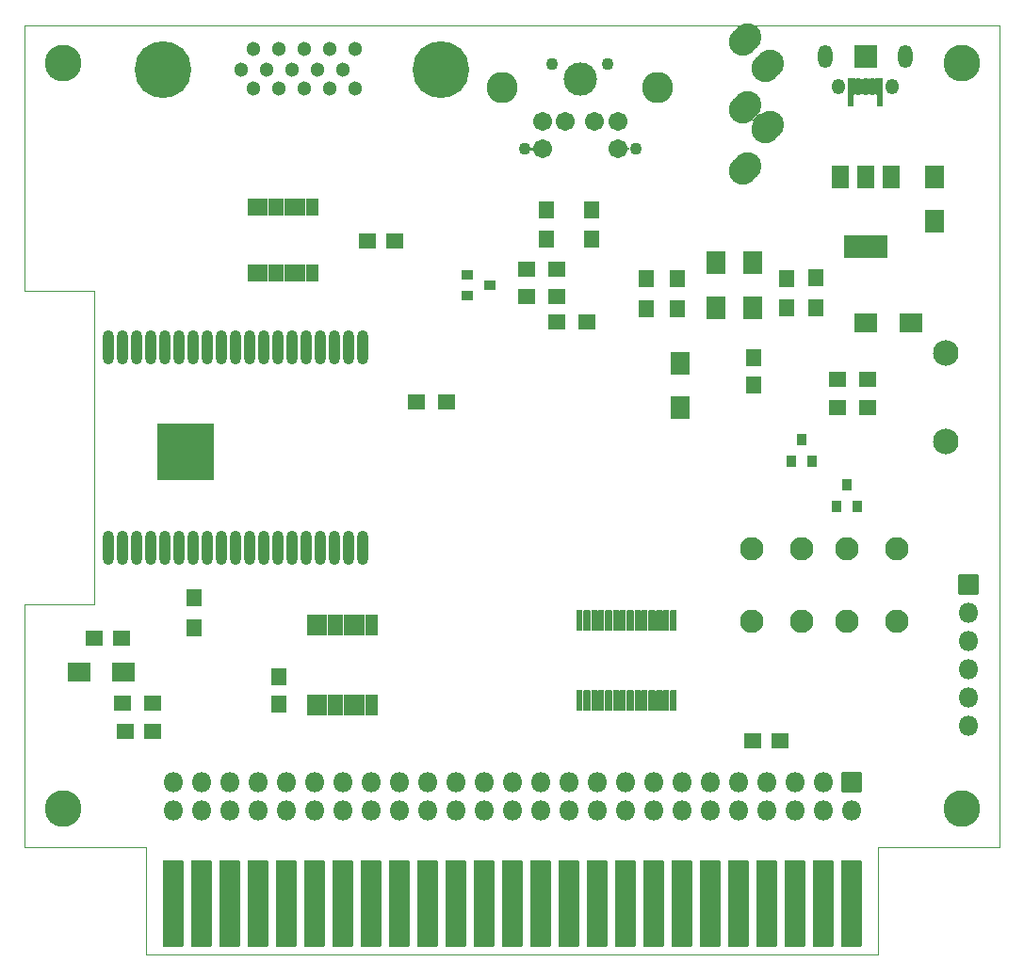
<source format=gbr>
G04 #@! TF.GenerationSoftware,KiCad,Pcbnew,(6.0.5)*
G04 #@! TF.CreationDate,2022-06-13T20:59:20-07:00*
G04 #@! TF.ProjectId,PocketTRS,506f636b-6574-4545-9253-2e6b69636164,rev?*
G04 #@! TF.SameCoordinates,Original*
G04 #@! TF.FileFunction,Soldermask,Top*
G04 #@! TF.FilePolarity,Negative*
%FSLAX46Y46*%
G04 Gerber Fmt 4.6, Leading zero omitted, Abs format (unit mm)*
G04 Created by KiCad (PCBNEW (6.0.5)) date 2022-06-13 20:59:20*
%MOMM*%
%LPD*%
G01*
G04 APERTURE LIST*
G04 Aperture macros list*
%AMRoundRect*
0 Rectangle with rounded corners*
0 $1 Rounding radius*
0 $2 $3 $4 $5 $6 $7 $8 $9 X,Y pos of 4 corners*
0 Add a 4 corners polygon primitive as box body*
4,1,4,$2,$3,$4,$5,$6,$7,$8,$9,$2,$3,0*
0 Add four circle primitives for the rounded corners*
1,1,$1+$1,$2,$3*
1,1,$1+$1,$4,$5*
1,1,$1+$1,$6,$7*
1,1,$1+$1,$8,$9*
0 Add four rect primitives between the rounded corners*
20,1,$1+$1,$2,$3,$4,$5,0*
20,1,$1+$1,$4,$5,$6,$7,0*
20,1,$1+$1,$6,$7,$8,$9,0*
20,1,$1+$1,$8,$9,$2,$3,0*%
%AMHorizOval*
0 Thick line with rounded ends*
0 $1 width*
0 $2 $3 position (X,Y) of the first rounded end (center of the circle)*
0 $4 $5 position (X,Y) of the second rounded end (center of the circle)*
0 Add line between two ends*
20,1,$1,$2,$3,$4,$5,0*
0 Add two circle primitives to create the rounded ends*
1,1,$1,$2,$3*
1,1,$1,$4,$5*%
G04 Aperture macros list end*
G04 #@! TA.AperFunction,Profile*
%ADD10C,0.050000*%
G04 #@! TD*
%ADD11RoundRect,0.051000X-0.850000X-0.850000X0.850000X-0.850000X0.850000X0.850000X-0.850000X0.850000X0*%
%ADD12O,1.802000X1.802000*%
%ADD13RoundRect,0.051000X-0.750000X1.000000X-0.750000X-1.000000X0.750000X-1.000000X0.750000X1.000000X0*%
%ADD14RoundRect,0.051000X-1.900000X1.000000X-1.900000X-1.000000X1.900000X-1.000000X1.900000X1.000000X0*%
%ADD15RoundRect,0.051000X-0.625000X0.750000X-0.625000X-0.750000X0.625000X-0.750000X0.625000X0.750000X0*%
%ADD16RoundRect,0.051000X0.800000X-1.000000X0.800000X1.000000X-0.800000X1.000000X-0.800000X-1.000000X0*%
%ADD17RoundRect,0.051000X-1.000000X-0.800000X1.000000X-0.800000X1.000000X0.800000X-1.000000X0.800000X0*%
%ADD18RoundRect,0.051000X-0.750000X-0.625000X0.750000X-0.625000X0.750000X0.625000X-0.750000X0.625000X0*%
%ADD19RoundRect,0.051000X0.750000X0.625000X-0.750000X0.625000X-0.750000X-0.625000X0.750000X-0.625000X0*%
%ADD20RoundRect,0.051000X-0.650000X0.750000X-0.650000X-0.750000X0.650000X-0.750000X0.650000X0.750000X0*%
%ADD21RoundRect,0.051000X0.650000X-0.750000X0.650000X0.750000X-0.650000X0.750000X-0.650000X-0.750000X0*%
%ADD22RoundRect,0.051000X0.750000X0.650000X-0.750000X0.650000X-0.750000X-0.650000X0.750000X-0.650000X0*%
%ADD23RoundRect,0.051000X-0.750000X-0.650000X0.750000X-0.650000X0.750000X0.650000X-0.750000X0.650000X0*%
%ADD24RoundRect,0.051000X0.225000X-0.875000X0.225000X0.875000X-0.225000X0.875000X-0.225000X-0.875000X0*%
%ADD25RoundRect,0.051000X-0.225000X0.725000X-0.225000X-0.725000X0.225000X-0.725000X0.225000X0.725000X0*%
%ADD26RoundRect,0.051000X-0.450000X-0.400000X0.450000X-0.400000X0.450000X0.400000X-0.450000X0.400000X0*%
%ADD27RoundRect,0.051000X0.400000X-0.450000X0.400000X0.450000X-0.400000X0.450000X-0.400000X-0.450000X0*%
%ADD28RoundRect,0.051000X-0.225000X0.875000X-0.225000X-0.875000X0.225000X-0.875000X0.225000X0.875000X0*%
%ADD29RoundRect,0.051000X1.000000X0.800000X-1.000000X0.800000X-1.000000X-0.800000X1.000000X-0.800000X0*%
%ADD30C,2.102000*%
%ADD31RoundRect,0.051000X-0.800000X1.000000X-0.800000X-1.000000X0.800000X-1.000000X0.800000X1.000000X0*%
%ADD32C,5.103260*%
%ADD33C,1.300880*%
%ADD34HorizOval,2.502000X0.212132X0.212132X-0.212132X-0.212132X0*%
%ADD35C,1.702000*%
%ADD36C,1.102000*%
%ADD37C,3.002000*%
%ADD38C,2.802000*%
%ADD39O,1.200000X1.400000*%
%ADD40O,1.300000X2.100000*%
%ADD41RoundRect,0.050000X1.000000X1.000000X-1.000000X1.000000X-1.000000X-1.000000X1.000000X-1.000000X0*%
%ADD42RoundRect,0.050000X0.200000X1.250000X-0.200000X1.250000X-0.200000X-1.250000X0.200000X-1.250000X0*%
%ADD43RoundRect,0.050000X0.200000X0.675000X-0.200000X0.675000X-0.200000X-0.675000X0.200000X-0.675000X0*%
%ADD44RoundRect,0.051000X-0.850000X0.850000X-0.850000X-0.850000X0.850000X-0.850000X0.850000X0.850000X0*%
%ADD45C,3.302000*%
%ADD46O,1.002000X3.102000*%
%ADD47C,0.902000*%
%ADD48RoundRect,0.051000X2.500000X-2.500000X2.500000X2.500000X-2.500000X2.500000X-2.500000X-2.500000X0*%
%ADD49RoundRect,0.051000X0.889000X3.810000X-0.889000X3.810000X-0.889000X-3.810000X0.889000X-3.810000X0*%
%ADD50C,2.302000*%
G04 APERTURE END LIST*
D10*
X165100000Y-61976000D02*
X165100000Y-64770000D01*
X252730000Y-64770000D02*
X252730000Y-61976000D01*
X171323000Y-85852000D02*
X171323000Y-90805000D01*
X165100000Y-64770000D02*
X165100000Y-85852000D01*
X165100000Y-135890000D02*
X165100000Y-114046000D01*
X241808000Y-135890000D02*
X252730000Y-135890000D01*
X241808000Y-145542000D02*
X241300000Y-145542000D01*
X175260000Y-135890000D02*
X176022000Y-135890000D01*
X241808000Y-145542000D02*
X241808000Y-135890000D01*
X171323000Y-85852000D02*
X165100000Y-85852000D01*
X165100000Y-114046000D02*
X171323000Y-114046000D01*
X171323000Y-114046000D02*
X171323000Y-90805000D01*
X176022000Y-145542000D02*
X241300000Y-145542000D01*
X252730000Y-64770000D02*
X252730000Y-135890000D01*
X165100000Y-61976000D02*
X252730000Y-61976000D01*
X165100000Y-135890000D02*
X175260000Y-135890000D01*
X176022000Y-135890000D02*
X176022000Y-145542000D01*
X165100000Y-61976000D02*
X165100000Y-64770000D01*
X252730000Y-64770000D02*
X252730000Y-61976000D01*
X171323000Y-85852000D02*
X171323000Y-90805000D01*
X165100000Y-64770000D02*
X165100000Y-85852000D01*
X165100000Y-135890000D02*
X165100000Y-114046000D01*
X241808000Y-135890000D02*
X252730000Y-135890000D01*
X241808000Y-145542000D02*
X241300000Y-145542000D01*
X175260000Y-135890000D02*
X176022000Y-135890000D01*
X241808000Y-145542000D02*
X241808000Y-135890000D01*
X171323000Y-85852000D02*
X165100000Y-85852000D01*
X165100000Y-114046000D02*
X171323000Y-114046000D01*
X171323000Y-114046000D02*
X171323000Y-90805000D01*
X176022000Y-145542000D02*
X241300000Y-145542000D01*
X252730000Y-64770000D02*
X252730000Y-135890000D01*
X165100000Y-61976000D02*
X252730000Y-61976000D01*
X165100000Y-135890000D02*
X175260000Y-135890000D01*
X176022000Y-135890000D02*
X176022000Y-145542000D01*
D11*
X249936000Y-112268000D03*
D12*
X249936000Y-114808000D03*
X249936000Y-117348000D03*
X249936000Y-119888000D03*
X249936000Y-122428000D03*
X249936000Y-124968000D03*
D13*
X242965000Y-75590000D03*
X240665000Y-75590000D03*
D14*
X240665000Y-81890000D03*
D13*
X238365000Y-75590000D03*
D15*
X230632000Y-91841000D03*
X230632000Y-94341000D03*
D16*
X246888000Y-79597000D03*
X246888000Y-75597000D03*
D17*
X240729000Y-88773000D03*
X244729000Y-88773000D03*
D15*
X187960000Y-120543000D03*
X187960000Y-123043000D03*
D18*
X230525000Y-126365000D03*
X233025000Y-126365000D03*
X195874000Y-81407000D03*
X198374000Y-81407000D03*
D19*
X173843000Y-117094000D03*
X171343000Y-117094000D03*
X176637000Y-125476000D03*
X174137000Y-125476000D03*
D20*
X211963000Y-78533000D03*
X211963000Y-81233000D03*
X216027000Y-78533000D03*
X216027000Y-81233000D03*
X220980000Y-84756000D03*
X220980000Y-87456000D03*
D21*
X223774000Y-87456000D03*
X223774000Y-84756000D03*
X233553000Y-87409000D03*
X233553000Y-84756000D03*
D22*
X212932000Y-86360000D03*
X210232000Y-86360000D03*
X212932000Y-83947000D03*
X210232000Y-83947000D03*
X203026000Y-95885000D03*
X200326000Y-95885000D03*
D23*
X173910000Y-122936000D03*
X176610000Y-122936000D03*
X238172000Y-93853000D03*
X240872000Y-93853000D03*
X238172000Y-96393000D03*
X240872000Y-96393000D03*
D21*
X180340000Y-116158000D03*
X180340000Y-113458000D03*
D24*
X214977000Y-122726000D03*
X215627000Y-122726000D03*
X216277000Y-122726000D03*
X216927000Y-122726000D03*
X217577000Y-122726000D03*
X218227000Y-122726000D03*
X218877000Y-122726000D03*
X219527000Y-122726000D03*
X220177000Y-122726000D03*
X220827000Y-122726000D03*
X221477000Y-122726000D03*
X222127000Y-122726000D03*
X222777000Y-122726000D03*
X223427000Y-122726000D03*
X223427000Y-115526000D03*
X222777000Y-115526000D03*
X222127000Y-115526000D03*
X221477000Y-115526000D03*
X220827000Y-115526000D03*
X220177000Y-115526000D03*
X219527000Y-115526000D03*
X218877000Y-115526000D03*
X218227000Y-115526000D03*
X217577000Y-115526000D03*
X216927000Y-115526000D03*
X216277000Y-115526000D03*
X215627000Y-115526000D03*
X214977000Y-115526000D03*
D25*
X191266000Y-78330000D03*
X190616000Y-78330000D03*
X189966000Y-78330000D03*
X189316000Y-78330000D03*
X188666000Y-78330000D03*
X188016000Y-78330000D03*
X187366000Y-78330000D03*
X186716000Y-78330000D03*
X186066000Y-78330000D03*
X185416000Y-78330000D03*
X185416000Y-84230000D03*
X186066000Y-84230000D03*
X186716000Y-84230000D03*
X187366000Y-84230000D03*
X188016000Y-84230000D03*
X188666000Y-84230000D03*
X189316000Y-84230000D03*
X189966000Y-84230000D03*
X190616000Y-84230000D03*
X191266000Y-84230000D03*
D26*
X204867000Y-84394000D03*
X204867000Y-86294000D03*
X206867000Y-85344000D03*
D27*
X234000000Y-101203000D03*
X235900000Y-101203000D03*
X234950000Y-99203000D03*
X238064000Y-105267000D03*
X239964000Y-105267000D03*
X239014000Y-103267000D03*
D21*
X236220000Y-87409000D03*
X236220000Y-84709000D03*
D28*
X196600000Y-115907000D03*
X195950000Y-115907000D03*
X195300000Y-115907000D03*
X194650000Y-115907000D03*
X194000000Y-115907000D03*
X193350000Y-115907000D03*
X192700000Y-115907000D03*
X192050000Y-115907000D03*
X191400000Y-115907000D03*
X190750000Y-115907000D03*
X190750000Y-123107000D03*
X191400000Y-123107000D03*
X192050000Y-123107000D03*
X192700000Y-123107000D03*
X193350000Y-123107000D03*
X194000000Y-123107000D03*
X194650000Y-123107000D03*
X195300000Y-123107000D03*
X195950000Y-123107000D03*
X196600000Y-123107000D03*
D29*
X173958000Y-120142000D03*
X169958000Y-120142000D03*
D30*
X239014000Y-115570000D03*
X239014000Y-109070000D03*
X243514000Y-109070000D03*
X243514000Y-115570000D03*
X234950000Y-115593000D03*
X234950000Y-109093000D03*
X230450000Y-109093000D03*
X230450000Y-115593000D03*
D31*
X227203000Y-83344000D03*
X227203000Y-87344000D03*
X230505000Y-83344000D03*
X230505000Y-87344000D03*
X224028000Y-92361000D03*
X224028000Y-96361000D03*
D32*
X177497740Y-65971420D03*
X202486260Y-65971420D03*
D33*
X185681620Y-67690400D03*
X187972700Y-67690400D03*
X190258700Y-67690400D03*
X192552320Y-67690400D03*
X194840860Y-67690400D03*
X184536080Y-65925700D03*
X186829700Y-65925700D03*
X189128400Y-65925700D03*
X191427100Y-65925700D03*
X193700400Y-65925700D03*
X185681620Y-64134400D03*
X187972700Y-64134400D03*
X190261240Y-64134400D03*
X192552320Y-64134400D03*
X194843400Y-64134400D03*
D34*
X231870000Y-71146000D03*
X229870000Y-69346000D03*
X229870000Y-63246000D03*
X231870000Y-65646000D03*
X229870000Y-74846000D03*
D35*
X213711000Y-70576000D03*
X216311000Y-70576000D03*
X211611000Y-70576000D03*
X218411000Y-70576000D03*
X211611000Y-73076000D03*
X218411000Y-73076000D03*
D36*
X212511000Y-65476000D03*
X217511000Y-65476000D03*
X210011000Y-73076000D03*
X220011000Y-73076000D03*
D37*
X215011000Y-66776000D03*
D38*
X208011000Y-67576000D03*
X222011000Y-67576000D03*
D39*
X238240000Y-67520000D03*
X243090000Y-67520000D03*
D40*
X237090000Y-64770000D03*
D41*
X240665000Y-64770000D03*
D40*
X244240000Y-64770000D03*
D42*
X241965000Y-68021200D03*
D43*
X241315000Y-67445000D03*
X240665000Y-67445000D03*
X240015000Y-67445000D03*
D42*
X239365000Y-68021200D03*
D44*
X239395000Y-130048000D03*
D12*
X239395000Y-132588000D03*
X236855000Y-130048000D03*
X236855000Y-132588000D03*
X234315000Y-130048000D03*
X234315000Y-132588000D03*
X231775000Y-130048000D03*
X231775000Y-132588000D03*
X229235000Y-130048000D03*
X229235000Y-132588000D03*
X226695000Y-130048000D03*
X226695000Y-132588000D03*
X224155000Y-130048000D03*
X224155000Y-132588000D03*
X221615000Y-130048000D03*
X221615000Y-132588000D03*
X219075000Y-130048000D03*
X219075000Y-132588000D03*
X216535000Y-130048000D03*
X216535000Y-132588000D03*
X213995000Y-130048000D03*
X213995000Y-132588000D03*
X211455000Y-130048000D03*
X211455000Y-132588000D03*
X208915000Y-130048000D03*
X208915000Y-132588000D03*
X206375000Y-130048000D03*
X206375000Y-132588000D03*
X203835000Y-130048000D03*
X203835000Y-132588000D03*
X201295000Y-130048000D03*
X201295000Y-132588000D03*
X198755000Y-130048000D03*
X198755000Y-132588000D03*
X196215000Y-130048000D03*
X196215000Y-132588000D03*
X193675000Y-130048000D03*
X193675000Y-132588000D03*
X191135000Y-130048000D03*
X191135000Y-132588000D03*
X188595000Y-130048000D03*
X188595000Y-132588000D03*
X186055000Y-130048000D03*
X186055000Y-132588000D03*
X183515000Y-130048000D03*
X183515000Y-132588000D03*
X180975000Y-130048000D03*
X180975000Y-132588000D03*
X178435000Y-130048000D03*
X178435000Y-132588000D03*
D45*
X168529000Y-65405000D03*
X249301000Y-65405000D03*
X168529000Y-132461000D03*
X249301000Y-132461000D03*
D46*
X172614000Y-108949000D03*
X173884000Y-108949000D03*
X175154000Y-108949000D03*
X176424000Y-108949000D03*
X177694000Y-108949000D03*
X178964000Y-108949000D03*
X180234000Y-108949000D03*
X181504000Y-108949000D03*
X182774000Y-108949000D03*
X184044000Y-108949000D03*
X185314000Y-108949000D03*
X186584000Y-108949000D03*
X187854000Y-108949000D03*
X189124000Y-108949000D03*
X190424000Y-108949000D03*
X191694000Y-108949000D03*
X192964000Y-108949000D03*
X194234000Y-108949000D03*
X195504000Y-108949000D03*
X195504000Y-90949000D03*
X194234000Y-90949000D03*
X192964000Y-90949000D03*
X191694000Y-90949000D03*
X190424000Y-90949000D03*
X189124000Y-90919000D03*
X187854000Y-90919000D03*
X186584000Y-90919000D03*
X185314000Y-90919000D03*
X184044000Y-90919000D03*
X182774000Y-90919000D03*
X181504000Y-90919000D03*
X180234000Y-90919000D03*
X178964000Y-90919000D03*
X177694000Y-90919000D03*
X176424000Y-90919000D03*
X175154000Y-90919000D03*
X173884000Y-90919000D03*
X172614000Y-90919000D03*
D47*
X177524000Y-100349000D03*
X177524000Y-102349000D03*
X177524000Y-101349000D03*
X179524000Y-102349000D03*
X178524000Y-101349000D03*
X180524000Y-100349000D03*
X181524000Y-102349000D03*
X179524000Y-99349000D03*
X177524000Y-98349000D03*
X180524000Y-98349000D03*
X179524000Y-98349000D03*
X180524000Y-101349000D03*
X178524000Y-102349000D03*
X178524000Y-98349000D03*
X181524000Y-99349000D03*
X181524000Y-101349000D03*
X178524000Y-99349000D03*
X181524000Y-100349000D03*
X178524000Y-100349000D03*
X180524000Y-99349000D03*
X177524000Y-99349000D03*
X179524000Y-101349000D03*
X179524000Y-100349000D03*
D48*
X179534000Y-100349000D03*
D47*
X180524000Y-102349000D03*
X181524000Y-98349000D03*
D49*
X239395000Y-140970000D03*
X236855000Y-140970000D03*
X234315000Y-140970000D03*
X231775000Y-140970000D03*
X229235000Y-140970000D03*
X226695000Y-140970000D03*
X224155000Y-140970000D03*
X221615000Y-140970000D03*
X219075000Y-140970000D03*
X216535000Y-140970000D03*
X213995000Y-140970000D03*
X211455000Y-140970000D03*
X208915000Y-140970000D03*
X206375000Y-140970000D03*
X203835000Y-140970000D03*
X201295000Y-140970000D03*
X198755000Y-140970000D03*
X196215000Y-140970000D03*
X193675000Y-140970000D03*
X191135000Y-140970000D03*
X188595000Y-140970000D03*
X186055000Y-140970000D03*
X183515000Y-140970000D03*
X180975000Y-140970000D03*
X178435000Y-140970000D03*
D23*
X212962500Y-88646000D03*
X215662500Y-88646000D03*
D50*
X247904000Y-99441000D03*
X247904000Y-91440000D03*
G36*
X195039633Y-122195517D02*
G01*
X195040197Y-122197436D01*
X195039916Y-122198075D01*
X195029767Y-122213263D01*
X195026000Y-122232199D01*
X195026000Y-123981801D01*
X195029767Y-124000738D01*
X195039814Y-124015773D01*
X195039945Y-124017768D01*
X195038282Y-124018880D01*
X195037553Y-124018793D01*
X194977212Y-123999898D01*
X194912310Y-124018955D01*
X194910367Y-124018483D01*
X194909803Y-124016564D01*
X194910084Y-124015925D01*
X194920233Y-124000737D01*
X194924000Y-123981801D01*
X194924000Y-122232199D01*
X194920233Y-122213262D01*
X194910186Y-122198227D01*
X194910055Y-122196232D01*
X194911718Y-122195120D01*
X194912447Y-122195207D01*
X194972788Y-122214102D01*
X195037690Y-122195045D01*
X195039633Y-122195517D01*
G37*
G36*
X192439633Y-122195517D02*
G01*
X192440197Y-122197436D01*
X192439916Y-122198075D01*
X192429767Y-122213263D01*
X192426000Y-122232199D01*
X192426000Y-123981801D01*
X192429767Y-124000738D01*
X192439814Y-124015773D01*
X192439945Y-124017768D01*
X192438282Y-124018880D01*
X192437553Y-124018793D01*
X192377212Y-123999898D01*
X192312310Y-124018955D01*
X192310367Y-124018483D01*
X192309803Y-124016564D01*
X192310084Y-124015925D01*
X192320233Y-124000737D01*
X192324000Y-123981801D01*
X192324000Y-122232199D01*
X192320233Y-122213262D01*
X192310186Y-122198227D01*
X192310055Y-122196232D01*
X192311718Y-122195120D01*
X192312447Y-122195207D01*
X192372788Y-122214102D01*
X192437690Y-122195045D01*
X192439633Y-122195517D01*
G37*
G36*
X193089633Y-122195517D02*
G01*
X193090197Y-122197436D01*
X193089916Y-122198075D01*
X193079767Y-122213263D01*
X193076000Y-122232199D01*
X193076000Y-123981801D01*
X193079767Y-124000738D01*
X193089814Y-124015773D01*
X193089945Y-124017768D01*
X193088282Y-124018880D01*
X193087553Y-124018793D01*
X193027212Y-123999898D01*
X192962310Y-124018955D01*
X192960367Y-124018483D01*
X192959803Y-124016564D01*
X192960084Y-124015925D01*
X192970233Y-124000737D01*
X192974000Y-123981801D01*
X192974000Y-122232199D01*
X192970233Y-122213262D01*
X192960186Y-122198227D01*
X192960055Y-122196232D01*
X192961718Y-122195120D01*
X192962447Y-122195207D01*
X193022788Y-122214102D01*
X193087690Y-122195045D01*
X193089633Y-122195517D01*
G37*
G36*
X195689633Y-122195517D02*
G01*
X195690197Y-122197436D01*
X195689916Y-122198075D01*
X195679767Y-122213263D01*
X195676000Y-122232199D01*
X195676000Y-123981801D01*
X195679767Y-124000738D01*
X195689814Y-124015773D01*
X195689945Y-124017768D01*
X195688282Y-124018880D01*
X195687553Y-124018793D01*
X195627212Y-123999898D01*
X195562310Y-124018955D01*
X195560367Y-124018483D01*
X195559803Y-124016564D01*
X195560084Y-124015925D01*
X195570233Y-124000737D01*
X195574000Y-123981801D01*
X195574000Y-122232199D01*
X195570233Y-122213262D01*
X195560186Y-122198227D01*
X195560055Y-122196232D01*
X195561718Y-122195120D01*
X195562447Y-122195207D01*
X195622788Y-122214102D01*
X195687690Y-122195045D01*
X195689633Y-122195517D01*
G37*
G36*
X193739633Y-122195517D02*
G01*
X193740197Y-122197436D01*
X193739916Y-122198075D01*
X193729767Y-122213263D01*
X193726000Y-122232199D01*
X193726000Y-123981801D01*
X193729767Y-124000738D01*
X193739814Y-124015773D01*
X193739945Y-124017768D01*
X193738282Y-124018880D01*
X193737553Y-124018793D01*
X193677212Y-123999898D01*
X193612310Y-124018955D01*
X193610367Y-124018483D01*
X193609803Y-124016564D01*
X193610084Y-124015925D01*
X193620233Y-124000737D01*
X193624000Y-123981801D01*
X193624000Y-122232199D01*
X193620233Y-122213262D01*
X193610186Y-122198227D01*
X193610055Y-122196232D01*
X193611718Y-122195120D01*
X193612447Y-122195207D01*
X193672788Y-122214102D01*
X193737690Y-122195045D01*
X193739633Y-122195517D01*
G37*
G36*
X194389633Y-122195517D02*
G01*
X194390197Y-122197436D01*
X194389916Y-122198075D01*
X194379767Y-122213263D01*
X194376000Y-122232199D01*
X194376000Y-123981801D01*
X194379767Y-124000738D01*
X194389814Y-124015773D01*
X194389945Y-124017768D01*
X194388282Y-124018880D01*
X194387553Y-124018793D01*
X194327212Y-123999898D01*
X194262310Y-124018955D01*
X194260367Y-124018483D01*
X194259803Y-124016564D01*
X194260084Y-124015925D01*
X194270233Y-124000737D01*
X194274000Y-123981801D01*
X194274000Y-122232199D01*
X194270233Y-122213262D01*
X194260186Y-122198227D01*
X194260055Y-122196232D01*
X194261718Y-122195120D01*
X194262447Y-122195207D01*
X194322788Y-122214102D01*
X194387690Y-122195045D01*
X194389633Y-122195517D01*
G37*
G36*
X196339633Y-122195517D02*
G01*
X196340197Y-122197436D01*
X196339916Y-122198075D01*
X196329767Y-122213263D01*
X196326000Y-122232199D01*
X196326000Y-123981801D01*
X196329767Y-124000738D01*
X196339814Y-124015773D01*
X196339945Y-124017768D01*
X196338282Y-124018880D01*
X196337553Y-124018793D01*
X196277212Y-123999898D01*
X196212310Y-124018955D01*
X196210367Y-124018483D01*
X196209803Y-124016564D01*
X196210084Y-124015925D01*
X196220233Y-124000737D01*
X196224000Y-123981801D01*
X196224000Y-122232199D01*
X196220233Y-122213262D01*
X196210186Y-122198227D01*
X196210055Y-122196232D01*
X196211718Y-122195120D01*
X196212447Y-122195207D01*
X196272788Y-122214102D01*
X196337690Y-122195045D01*
X196339633Y-122195517D01*
G37*
G36*
X191139633Y-122195517D02*
G01*
X191140197Y-122197436D01*
X191139916Y-122198075D01*
X191129767Y-122213263D01*
X191126000Y-122232199D01*
X191126000Y-123981801D01*
X191129767Y-124000738D01*
X191139814Y-124015773D01*
X191139945Y-124017768D01*
X191138282Y-124018880D01*
X191137553Y-124018793D01*
X191077212Y-123999898D01*
X191012310Y-124018955D01*
X191010367Y-124018483D01*
X191009803Y-124016564D01*
X191010084Y-124015925D01*
X191020233Y-124000737D01*
X191024000Y-123981801D01*
X191024000Y-122232199D01*
X191020233Y-122213262D01*
X191010186Y-122198227D01*
X191010055Y-122196232D01*
X191011718Y-122195120D01*
X191012447Y-122195207D01*
X191072788Y-122214102D01*
X191137690Y-122195045D01*
X191139633Y-122195517D01*
G37*
G36*
X191789633Y-122195517D02*
G01*
X191790197Y-122197436D01*
X191789916Y-122198075D01*
X191779767Y-122213263D01*
X191776000Y-122232199D01*
X191776000Y-123981801D01*
X191779767Y-124000738D01*
X191789814Y-124015773D01*
X191789945Y-124017768D01*
X191788282Y-124018880D01*
X191787553Y-124018793D01*
X191727212Y-123999898D01*
X191662310Y-124018955D01*
X191660367Y-124018483D01*
X191659803Y-124016564D01*
X191660084Y-124015925D01*
X191670233Y-124000737D01*
X191674000Y-123981801D01*
X191674000Y-122232199D01*
X191670233Y-122213262D01*
X191660186Y-122198227D01*
X191660055Y-122196232D01*
X191661718Y-122195120D01*
X191662447Y-122195207D01*
X191722788Y-122214102D01*
X191787690Y-122195045D01*
X191789633Y-122195517D01*
G37*
G36*
X217316633Y-121814517D02*
G01*
X217317197Y-121816436D01*
X217316916Y-121817075D01*
X217306767Y-121832263D01*
X217303000Y-121851199D01*
X217303000Y-123600801D01*
X217306767Y-123619738D01*
X217316814Y-123634773D01*
X217316945Y-123636768D01*
X217315282Y-123637880D01*
X217314553Y-123637793D01*
X217254212Y-123618898D01*
X217189310Y-123637955D01*
X217187367Y-123637483D01*
X217186803Y-123635564D01*
X217187084Y-123634925D01*
X217197233Y-123619737D01*
X217201000Y-123600801D01*
X217201000Y-121851199D01*
X217197233Y-121832262D01*
X217187186Y-121817227D01*
X217187055Y-121815232D01*
X217188718Y-121814120D01*
X217189447Y-121814207D01*
X217249788Y-121833102D01*
X217314690Y-121814045D01*
X217316633Y-121814517D01*
G37*
G36*
X217966633Y-121814517D02*
G01*
X217967197Y-121816436D01*
X217966916Y-121817075D01*
X217956767Y-121832263D01*
X217953000Y-121851199D01*
X217953000Y-123600801D01*
X217956767Y-123619738D01*
X217966814Y-123634773D01*
X217966945Y-123636768D01*
X217965282Y-123637880D01*
X217964553Y-123637793D01*
X217904212Y-123618898D01*
X217839310Y-123637955D01*
X217837367Y-123637483D01*
X217836803Y-123635564D01*
X217837084Y-123634925D01*
X217847233Y-123619737D01*
X217851000Y-123600801D01*
X217851000Y-121851199D01*
X217847233Y-121832262D01*
X217837186Y-121817227D01*
X217837055Y-121815232D01*
X217838718Y-121814120D01*
X217839447Y-121814207D01*
X217899788Y-121833102D01*
X217964690Y-121814045D01*
X217966633Y-121814517D01*
G37*
G36*
X222516633Y-121814517D02*
G01*
X222517197Y-121816436D01*
X222516916Y-121817075D01*
X222506767Y-121832263D01*
X222503000Y-121851199D01*
X222503000Y-123600801D01*
X222506767Y-123619738D01*
X222516814Y-123634773D01*
X222516945Y-123636768D01*
X222515282Y-123637880D01*
X222514553Y-123637793D01*
X222454212Y-123618898D01*
X222389310Y-123637955D01*
X222387367Y-123637483D01*
X222386803Y-123635564D01*
X222387084Y-123634925D01*
X222397233Y-123619737D01*
X222401000Y-123600801D01*
X222401000Y-121851199D01*
X222397233Y-121832262D01*
X222387186Y-121817227D01*
X222387055Y-121815232D01*
X222388718Y-121814120D01*
X222389447Y-121814207D01*
X222449788Y-121833102D01*
X222514690Y-121814045D01*
X222516633Y-121814517D01*
G37*
G36*
X221866633Y-121814517D02*
G01*
X221867197Y-121816436D01*
X221866916Y-121817075D01*
X221856767Y-121832263D01*
X221853000Y-121851199D01*
X221853000Y-123600801D01*
X221856767Y-123619738D01*
X221866814Y-123634773D01*
X221866945Y-123636768D01*
X221865282Y-123637880D01*
X221864553Y-123637793D01*
X221804212Y-123618898D01*
X221739310Y-123637955D01*
X221737367Y-123637483D01*
X221736803Y-123635564D01*
X221737084Y-123634925D01*
X221747233Y-123619737D01*
X221751000Y-123600801D01*
X221751000Y-121851199D01*
X221747233Y-121832262D01*
X221737186Y-121817227D01*
X221737055Y-121815232D01*
X221738718Y-121814120D01*
X221739447Y-121814207D01*
X221799788Y-121833102D01*
X221864690Y-121814045D01*
X221866633Y-121814517D01*
G37*
G36*
X219266633Y-121814517D02*
G01*
X219267197Y-121816436D01*
X219266916Y-121817075D01*
X219256767Y-121832263D01*
X219253000Y-121851199D01*
X219253000Y-123600801D01*
X219256767Y-123619738D01*
X219266814Y-123634773D01*
X219266945Y-123636768D01*
X219265282Y-123637880D01*
X219264553Y-123637793D01*
X219204212Y-123618898D01*
X219139310Y-123637955D01*
X219137367Y-123637483D01*
X219136803Y-123635564D01*
X219137084Y-123634925D01*
X219147233Y-123619737D01*
X219151000Y-123600801D01*
X219151000Y-121851199D01*
X219147233Y-121832262D01*
X219137186Y-121817227D01*
X219137055Y-121815232D01*
X219138718Y-121814120D01*
X219139447Y-121814207D01*
X219199788Y-121833102D01*
X219264690Y-121814045D01*
X219266633Y-121814517D01*
G37*
G36*
X216016633Y-121814517D02*
G01*
X216017197Y-121816436D01*
X216016916Y-121817075D01*
X216006767Y-121832263D01*
X216003000Y-121851199D01*
X216003000Y-123600801D01*
X216006767Y-123619738D01*
X216016814Y-123634773D01*
X216016945Y-123636768D01*
X216015282Y-123637880D01*
X216014553Y-123637793D01*
X215954212Y-123618898D01*
X215889310Y-123637955D01*
X215887367Y-123637483D01*
X215886803Y-123635564D01*
X215887084Y-123634925D01*
X215897233Y-123619737D01*
X215901000Y-123600801D01*
X215901000Y-121851199D01*
X215897233Y-121832262D01*
X215887186Y-121817227D01*
X215887055Y-121815232D01*
X215888718Y-121814120D01*
X215889447Y-121814207D01*
X215949788Y-121833102D01*
X216014690Y-121814045D01*
X216016633Y-121814517D01*
G37*
G36*
X220566633Y-121814517D02*
G01*
X220567197Y-121816436D01*
X220566916Y-121817075D01*
X220556767Y-121832263D01*
X220553000Y-121851199D01*
X220553000Y-123600801D01*
X220556767Y-123619738D01*
X220566814Y-123634773D01*
X220566945Y-123636768D01*
X220565282Y-123637880D01*
X220564553Y-123637793D01*
X220504212Y-123618898D01*
X220439310Y-123637955D01*
X220437367Y-123637483D01*
X220436803Y-123635564D01*
X220437084Y-123634925D01*
X220447233Y-123619737D01*
X220451000Y-123600801D01*
X220451000Y-121851199D01*
X220447233Y-121832262D01*
X220437186Y-121817227D01*
X220437055Y-121815232D01*
X220438718Y-121814120D01*
X220439447Y-121814207D01*
X220499788Y-121833102D01*
X220564690Y-121814045D01*
X220566633Y-121814517D01*
G37*
G36*
X219916633Y-121814517D02*
G01*
X219917197Y-121816436D01*
X219916916Y-121817075D01*
X219906767Y-121832263D01*
X219903000Y-121851199D01*
X219903000Y-123600801D01*
X219906767Y-123619738D01*
X219916814Y-123634773D01*
X219916945Y-123636768D01*
X219915282Y-123637880D01*
X219914553Y-123637793D01*
X219854212Y-123618898D01*
X219789310Y-123637955D01*
X219787367Y-123637483D01*
X219786803Y-123635564D01*
X219787084Y-123634925D01*
X219797233Y-123619737D01*
X219801000Y-123600801D01*
X219801000Y-121851199D01*
X219797233Y-121832262D01*
X219787186Y-121817227D01*
X219787055Y-121815232D01*
X219788718Y-121814120D01*
X219789447Y-121814207D01*
X219849788Y-121833102D01*
X219914690Y-121814045D01*
X219916633Y-121814517D01*
G37*
G36*
X221216633Y-121814517D02*
G01*
X221217197Y-121816436D01*
X221216916Y-121817075D01*
X221206767Y-121832263D01*
X221203000Y-121851199D01*
X221203000Y-123600801D01*
X221206767Y-123619738D01*
X221216814Y-123634773D01*
X221216945Y-123636768D01*
X221215282Y-123637880D01*
X221214553Y-123637793D01*
X221154212Y-123618898D01*
X221089310Y-123637955D01*
X221087367Y-123637483D01*
X221086803Y-123635564D01*
X221087084Y-123634925D01*
X221097233Y-123619737D01*
X221101000Y-123600801D01*
X221101000Y-121851199D01*
X221097233Y-121832262D01*
X221087186Y-121817227D01*
X221087055Y-121815232D01*
X221088718Y-121814120D01*
X221089447Y-121814207D01*
X221149788Y-121833102D01*
X221214690Y-121814045D01*
X221216633Y-121814517D01*
G37*
G36*
X218616633Y-121814517D02*
G01*
X218617197Y-121816436D01*
X218616916Y-121817075D01*
X218606767Y-121832263D01*
X218603000Y-121851199D01*
X218603000Y-123600801D01*
X218606767Y-123619738D01*
X218616814Y-123634773D01*
X218616945Y-123636768D01*
X218615282Y-123637880D01*
X218614553Y-123637793D01*
X218554212Y-123618898D01*
X218489310Y-123637955D01*
X218487367Y-123637483D01*
X218486803Y-123635564D01*
X218487084Y-123634925D01*
X218497233Y-123619737D01*
X218501000Y-123600801D01*
X218501000Y-121851199D01*
X218497233Y-121832262D01*
X218487186Y-121817227D01*
X218487055Y-121815232D01*
X218488718Y-121814120D01*
X218489447Y-121814207D01*
X218549788Y-121833102D01*
X218614690Y-121814045D01*
X218616633Y-121814517D01*
G37*
G36*
X223166633Y-121814517D02*
G01*
X223167197Y-121816436D01*
X223166916Y-121817075D01*
X223156767Y-121832263D01*
X223153000Y-121851199D01*
X223153000Y-123600801D01*
X223156767Y-123619738D01*
X223166814Y-123634773D01*
X223166945Y-123636768D01*
X223165282Y-123637880D01*
X223164553Y-123637793D01*
X223104212Y-123618898D01*
X223039310Y-123637955D01*
X223037367Y-123637483D01*
X223036803Y-123635564D01*
X223037084Y-123634925D01*
X223047233Y-123619737D01*
X223051000Y-123600801D01*
X223051000Y-121851199D01*
X223047233Y-121832262D01*
X223037186Y-121817227D01*
X223037055Y-121815232D01*
X223038718Y-121814120D01*
X223039447Y-121814207D01*
X223099788Y-121833102D01*
X223164690Y-121814045D01*
X223166633Y-121814517D01*
G37*
G36*
X215366633Y-121814517D02*
G01*
X215367197Y-121816436D01*
X215366916Y-121817075D01*
X215356767Y-121832263D01*
X215353000Y-121851199D01*
X215353000Y-123600801D01*
X215356767Y-123619738D01*
X215366814Y-123634773D01*
X215366945Y-123636768D01*
X215365282Y-123637880D01*
X215364553Y-123637793D01*
X215304212Y-123618898D01*
X215239310Y-123637955D01*
X215237367Y-123637483D01*
X215236803Y-123635564D01*
X215237084Y-123634925D01*
X215247233Y-123619737D01*
X215251000Y-123600801D01*
X215251000Y-121851199D01*
X215247233Y-121832262D01*
X215237186Y-121817227D01*
X215237055Y-121815232D01*
X215238718Y-121814120D01*
X215239447Y-121814207D01*
X215299788Y-121833102D01*
X215364690Y-121814045D01*
X215366633Y-121814517D01*
G37*
G36*
X216666633Y-121814517D02*
G01*
X216667197Y-121816436D01*
X216666916Y-121817075D01*
X216656767Y-121832263D01*
X216653000Y-121851199D01*
X216653000Y-123600801D01*
X216656767Y-123619738D01*
X216666814Y-123634773D01*
X216666945Y-123636768D01*
X216665282Y-123637880D01*
X216664553Y-123637793D01*
X216604212Y-123618898D01*
X216539310Y-123637955D01*
X216537367Y-123637483D01*
X216536803Y-123635564D01*
X216537084Y-123634925D01*
X216547233Y-123619737D01*
X216551000Y-123600801D01*
X216551000Y-121851199D01*
X216547233Y-121832262D01*
X216537186Y-121817227D01*
X216537055Y-121815232D01*
X216538718Y-121814120D01*
X216539447Y-121814207D01*
X216599788Y-121833102D01*
X216664690Y-121814045D01*
X216666633Y-121814517D01*
G37*
G36*
X192439633Y-114995517D02*
G01*
X192440197Y-114997436D01*
X192439916Y-114998075D01*
X192429767Y-115013263D01*
X192426000Y-115032199D01*
X192426000Y-116781801D01*
X192429767Y-116800738D01*
X192439814Y-116815773D01*
X192439945Y-116817768D01*
X192438282Y-116818880D01*
X192437553Y-116818793D01*
X192377212Y-116799898D01*
X192312310Y-116818955D01*
X192310367Y-116818483D01*
X192309803Y-116816564D01*
X192310084Y-116815925D01*
X192320233Y-116800737D01*
X192324000Y-116781801D01*
X192324000Y-115032199D01*
X192320233Y-115013262D01*
X192310186Y-114998227D01*
X192310055Y-114996232D01*
X192311718Y-114995120D01*
X192312447Y-114995207D01*
X192372788Y-115014102D01*
X192437690Y-114995045D01*
X192439633Y-114995517D01*
G37*
G36*
X196339633Y-114995517D02*
G01*
X196340197Y-114997436D01*
X196339916Y-114998075D01*
X196329767Y-115013263D01*
X196326000Y-115032199D01*
X196326000Y-116781801D01*
X196329767Y-116800738D01*
X196339814Y-116815773D01*
X196339945Y-116817768D01*
X196338282Y-116818880D01*
X196337553Y-116818793D01*
X196277212Y-116799898D01*
X196212310Y-116818955D01*
X196210367Y-116818483D01*
X196209803Y-116816564D01*
X196210084Y-116815925D01*
X196220233Y-116800737D01*
X196224000Y-116781801D01*
X196224000Y-115032199D01*
X196220233Y-115013262D01*
X196210186Y-114998227D01*
X196210055Y-114996232D01*
X196211718Y-114995120D01*
X196212447Y-114995207D01*
X196272788Y-115014102D01*
X196337690Y-114995045D01*
X196339633Y-114995517D01*
G37*
G36*
X195039633Y-114995517D02*
G01*
X195040197Y-114997436D01*
X195039916Y-114998075D01*
X195029767Y-115013263D01*
X195026000Y-115032199D01*
X195026000Y-116781801D01*
X195029767Y-116800738D01*
X195039814Y-116815773D01*
X195039945Y-116817768D01*
X195038282Y-116818880D01*
X195037553Y-116818793D01*
X194977212Y-116799898D01*
X194912310Y-116818955D01*
X194910367Y-116818483D01*
X194909803Y-116816564D01*
X194910084Y-116815925D01*
X194920233Y-116800737D01*
X194924000Y-116781801D01*
X194924000Y-115032199D01*
X194920233Y-115013262D01*
X194910186Y-114998227D01*
X194910055Y-114996232D01*
X194911718Y-114995120D01*
X194912447Y-114995207D01*
X194972788Y-115014102D01*
X195037690Y-114995045D01*
X195039633Y-114995517D01*
G37*
G36*
X193089633Y-114995517D02*
G01*
X193090197Y-114997436D01*
X193089916Y-114998075D01*
X193079767Y-115013263D01*
X193076000Y-115032199D01*
X193076000Y-116781801D01*
X193079767Y-116800738D01*
X193089814Y-116815773D01*
X193089945Y-116817768D01*
X193088282Y-116818880D01*
X193087553Y-116818793D01*
X193027212Y-116799898D01*
X192962310Y-116818955D01*
X192960367Y-116818483D01*
X192959803Y-116816564D01*
X192960084Y-116815925D01*
X192970233Y-116800737D01*
X192974000Y-116781801D01*
X192974000Y-115032199D01*
X192970233Y-115013262D01*
X192960186Y-114998227D01*
X192960055Y-114996232D01*
X192961718Y-114995120D01*
X192962447Y-114995207D01*
X193022788Y-115014102D01*
X193087690Y-114995045D01*
X193089633Y-114995517D01*
G37*
G36*
X191139633Y-114995517D02*
G01*
X191140197Y-114997436D01*
X191139916Y-114998075D01*
X191129767Y-115013263D01*
X191126000Y-115032199D01*
X191126000Y-116781801D01*
X191129767Y-116800738D01*
X191139814Y-116815773D01*
X191139945Y-116817768D01*
X191138282Y-116818880D01*
X191137553Y-116818793D01*
X191077212Y-116799898D01*
X191012310Y-116818955D01*
X191010367Y-116818483D01*
X191009803Y-116816564D01*
X191010084Y-116815925D01*
X191020233Y-116800737D01*
X191024000Y-116781801D01*
X191024000Y-115032199D01*
X191020233Y-115013262D01*
X191010186Y-114998227D01*
X191010055Y-114996232D01*
X191011718Y-114995120D01*
X191012447Y-114995207D01*
X191072788Y-115014102D01*
X191137690Y-114995045D01*
X191139633Y-114995517D01*
G37*
G36*
X195689633Y-114995517D02*
G01*
X195690197Y-114997436D01*
X195689916Y-114998075D01*
X195679767Y-115013263D01*
X195676000Y-115032199D01*
X195676000Y-116781801D01*
X195679767Y-116800738D01*
X195689814Y-116815773D01*
X195689945Y-116817768D01*
X195688282Y-116818880D01*
X195687553Y-116818793D01*
X195627212Y-116799898D01*
X195562310Y-116818955D01*
X195560367Y-116818483D01*
X195559803Y-116816564D01*
X195560084Y-116815925D01*
X195570233Y-116800737D01*
X195574000Y-116781801D01*
X195574000Y-115032199D01*
X195570233Y-115013262D01*
X195560186Y-114998227D01*
X195560055Y-114996232D01*
X195561718Y-114995120D01*
X195562447Y-114995207D01*
X195622788Y-115014102D01*
X195687690Y-114995045D01*
X195689633Y-114995517D01*
G37*
G36*
X193739633Y-114995517D02*
G01*
X193740197Y-114997436D01*
X193739916Y-114998075D01*
X193729767Y-115013263D01*
X193726000Y-115032199D01*
X193726000Y-116781801D01*
X193729767Y-116800738D01*
X193739814Y-116815773D01*
X193739945Y-116817768D01*
X193738282Y-116818880D01*
X193737553Y-116818793D01*
X193677212Y-116799898D01*
X193612310Y-116818955D01*
X193610367Y-116818483D01*
X193609803Y-116816564D01*
X193610084Y-116815925D01*
X193620233Y-116800737D01*
X193624000Y-116781801D01*
X193624000Y-115032199D01*
X193620233Y-115013262D01*
X193610186Y-114998227D01*
X193610055Y-114996232D01*
X193611718Y-114995120D01*
X193612447Y-114995207D01*
X193672788Y-115014102D01*
X193737690Y-114995045D01*
X193739633Y-114995517D01*
G37*
G36*
X194389633Y-114995517D02*
G01*
X194390197Y-114997436D01*
X194389916Y-114998075D01*
X194379767Y-115013263D01*
X194376000Y-115032199D01*
X194376000Y-116781801D01*
X194379767Y-116800738D01*
X194389814Y-116815773D01*
X194389945Y-116817768D01*
X194388282Y-116818880D01*
X194387553Y-116818793D01*
X194327212Y-116799898D01*
X194262310Y-116818955D01*
X194260367Y-116818483D01*
X194259803Y-116816564D01*
X194260084Y-116815925D01*
X194270233Y-116800737D01*
X194274000Y-116781801D01*
X194274000Y-115032199D01*
X194270233Y-115013262D01*
X194260186Y-114998227D01*
X194260055Y-114996232D01*
X194261718Y-114995120D01*
X194262447Y-114995207D01*
X194322788Y-115014102D01*
X194387690Y-114995045D01*
X194389633Y-114995517D01*
G37*
G36*
X191789633Y-114995517D02*
G01*
X191790197Y-114997436D01*
X191789916Y-114998075D01*
X191779767Y-115013263D01*
X191776000Y-115032199D01*
X191776000Y-116781801D01*
X191779767Y-116800738D01*
X191789814Y-116815773D01*
X191789945Y-116817768D01*
X191788282Y-116818880D01*
X191787553Y-116818793D01*
X191727212Y-116799898D01*
X191662310Y-116818955D01*
X191660367Y-116818483D01*
X191659803Y-116816564D01*
X191660084Y-116815925D01*
X191670233Y-116800737D01*
X191674000Y-116781801D01*
X191674000Y-115032199D01*
X191670233Y-115013262D01*
X191660186Y-114998227D01*
X191660055Y-114996232D01*
X191661718Y-114995120D01*
X191662447Y-114995207D01*
X191722788Y-115014102D01*
X191787690Y-114995045D01*
X191789633Y-114995517D01*
G37*
G36*
X222516633Y-114614517D02*
G01*
X222517197Y-114616436D01*
X222516916Y-114617075D01*
X222506767Y-114632263D01*
X222503000Y-114651199D01*
X222503000Y-116400801D01*
X222506767Y-116419738D01*
X222516814Y-116434773D01*
X222516945Y-116436768D01*
X222515282Y-116437880D01*
X222514553Y-116437793D01*
X222454212Y-116418898D01*
X222389310Y-116437955D01*
X222387367Y-116437483D01*
X222386803Y-116435564D01*
X222387084Y-116434925D01*
X222397233Y-116419737D01*
X222401000Y-116400801D01*
X222401000Y-114651199D01*
X222397233Y-114632262D01*
X222387186Y-114617227D01*
X222387055Y-114615232D01*
X222388718Y-114614120D01*
X222389447Y-114614207D01*
X222449788Y-114633102D01*
X222514690Y-114614045D01*
X222516633Y-114614517D01*
G37*
G36*
X216666633Y-114614517D02*
G01*
X216667197Y-114616436D01*
X216666916Y-114617075D01*
X216656767Y-114632263D01*
X216653000Y-114651199D01*
X216653000Y-116400801D01*
X216656767Y-116419738D01*
X216666814Y-116434773D01*
X216666945Y-116436768D01*
X216665282Y-116437880D01*
X216664553Y-116437793D01*
X216604212Y-116418898D01*
X216539310Y-116437955D01*
X216537367Y-116437483D01*
X216536803Y-116435564D01*
X216537084Y-116434925D01*
X216547233Y-116419737D01*
X216551000Y-116400801D01*
X216551000Y-114651199D01*
X216547233Y-114632262D01*
X216537186Y-114617227D01*
X216537055Y-114615232D01*
X216538718Y-114614120D01*
X216539447Y-114614207D01*
X216599788Y-114633102D01*
X216664690Y-114614045D01*
X216666633Y-114614517D01*
G37*
G36*
X219916633Y-114614517D02*
G01*
X219917197Y-114616436D01*
X219916916Y-114617075D01*
X219906767Y-114632263D01*
X219903000Y-114651199D01*
X219903000Y-116400801D01*
X219906767Y-116419738D01*
X219916814Y-116434773D01*
X219916945Y-116436768D01*
X219915282Y-116437880D01*
X219914553Y-116437793D01*
X219854212Y-116418898D01*
X219789310Y-116437955D01*
X219787367Y-116437483D01*
X219786803Y-116435564D01*
X219787084Y-116434925D01*
X219797233Y-116419737D01*
X219801000Y-116400801D01*
X219801000Y-114651199D01*
X219797233Y-114632262D01*
X219787186Y-114617227D01*
X219787055Y-114615232D01*
X219788718Y-114614120D01*
X219789447Y-114614207D01*
X219849788Y-114633102D01*
X219914690Y-114614045D01*
X219916633Y-114614517D01*
G37*
G36*
X216016633Y-114614517D02*
G01*
X216017197Y-114616436D01*
X216016916Y-114617075D01*
X216006767Y-114632263D01*
X216003000Y-114651199D01*
X216003000Y-116400801D01*
X216006767Y-116419738D01*
X216016814Y-116434773D01*
X216016945Y-116436768D01*
X216015282Y-116437880D01*
X216014553Y-116437793D01*
X215954212Y-116418898D01*
X215889310Y-116437955D01*
X215887367Y-116437483D01*
X215886803Y-116435564D01*
X215887084Y-116434925D01*
X215897233Y-116419737D01*
X215901000Y-116400801D01*
X215901000Y-114651199D01*
X215897233Y-114632262D01*
X215887186Y-114617227D01*
X215887055Y-114615232D01*
X215888718Y-114614120D01*
X215889447Y-114614207D01*
X215949788Y-114633102D01*
X216014690Y-114614045D01*
X216016633Y-114614517D01*
G37*
G36*
X221216633Y-114614517D02*
G01*
X221217197Y-114616436D01*
X221216916Y-114617075D01*
X221206767Y-114632263D01*
X221203000Y-114651199D01*
X221203000Y-116400801D01*
X221206767Y-116419738D01*
X221216814Y-116434773D01*
X221216945Y-116436768D01*
X221215282Y-116437880D01*
X221214553Y-116437793D01*
X221154212Y-116418898D01*
X221089310Y-116437955D01*
X221087367Y-116437483D01*
X221086803Y-116435564D01*
X221087084Y-116434925D01*
X221097233Y-116419737D01*
X221101000Y-116400801D01*
X221101000Y-114651199D01*
X221097233Y-114632262D01*
X221087186Y-114617227D01*
X221087055Y-114615232D01*
X221088718Y-114614120D01*
X221089447Y-114614207D01*
X221149788Y-114633102D01*
X221214690Y-114614045D01*
X221216633Y-114614517D01*
G37*
G36*
X218616633Y-114614517D02*
G01*
X218617197Y-114616436D01*
X218616916Y-114617075D01*
X218606767Y-114632263D01*
X218603000Y-114651199D01*
X218603000Y-116400801D01*
X218606767Y-116419738D01*
X218616814Y-116434773D01*
X218616945Y-116436768D01*
X218615282Y-116437880D01*
X218614553Y-116437793D01*
X218554212Y-116418898D01*
X218489310Y-116437955D01*
X218487367Y-116437483D01*
X218486803Y-116435564D01*
X218487084Y-116434925D01*
X218497233Y-116419737D01*
X218501000Y-116400801D01*
X218501000Y-114651199D01*
X218497233Y-114632262D01*
X218487186Y-114617227D01*
X218487055Y-114615232D01*
X218488718Y-114614120D01*
X218489447Y-114614207D01*
X218549788Y-114633102D01*
X218614690Y-114614045D01*
X218616633Y-114614517D01*
G37*
G36*
X217316633Y-114614517D02*
G01*
X217317197Y-114616436D01*
X217316916Y-114617075D01*
X217306767Y-114632263D01*
X217303000Y-114651199D01*
X217303000Y-116400801D01*
X217306767Y-116419738D01*
X217316814Y-116434773D01*
X217316945Y-116436768D01*
X217315282Y-116437880D01*
X217314553Y-116437793D01*
X217254212Y-116418898D01*
X217189310Y-116437955D01*
X217187367Y-116437483D01*
X217186803Y-116435564D01*
X217187084Y-116434925D01*
X217197233Y-116419737D01*
X217201000Y-116400801D01*
X217201000Y-114651199D01*
X217197233Y-114632262D01*
X217187186Y-114617227D01*
X217187055Y-114615232D01*
X217188718Y-114614120D01*
X217189447Y-114614207D01*
X217249788Y-114633102D01*
X217314690Y-114614045D01*
X217316633Y-114614517D01*
G37*
G36*
X215366633Y-114614517D02*
G01*
X215367197Y-114616436D01*
X215366916Y-114617075D01*
X215356767Y-114632263D01*
X215353000Y-114651199D01*
X215353000Y-116400801D01*
X215356767Y-116419738D01*
X215366814Y-116434773D01*
X215366945Y-116436768D01*
X215365282Y-116437880D01*
X215364553Y-116437793D01*
X215304212Y-116418898D01*
X215239310Y-116437955D01*
X215237367Y-116437483D01*
X215236803Y-116435564D01*
X215237084Y-116434925D01*
X215247233Y-116419737D01*
X215251000Y-116400801D01*
X215251000Y-114651199D01*
X215247233Y-114632262D01*
X215237186Y-114617227D01*
X215237055Y-114615232D01*
X215238718Y-114614120D01*
X215239447Y-114614207D01*
X215299788Y-114633102D01*
X215364690Y-114614045D01*
X215366633Y-114614517D01*
G37*
G36*
X223166633Y-114614517D02*
G01*
X223167197Y-114616436D01*
X223166916Y-114617075D01*
X223156767Y-114632263D01*
X223153000Y-114651199D01*
X223153000Y-116400801D01*
X223156767Y-116419738D01*
X223166814Y-116434773D01*
X223166945Y-116436768D01*
X223165282Y-116437880D01*
X223164553Y-116437793D01*
X223104212Y-116418898D01*
X223039310Y-116437955D01*
X223037367Y-116437483D01*
X223036803Y-116435564D01*
X223037084Y-116434925D01*
X223047233Y-116419737D01*
X223051000Y-116400801D01*
X223051000Y-114651199D01*
X223047233Y-114632262D01*
X223037186Y-114617227D01*
X223037055Y-114615232D01*
X223038718Y-114614120D01*
X223039447Y-114614207D01*
X223099788Y-114633102D01*
X223164690Y-114614045D01*
X223166633Y-114614517D01*
G37*
G36*
X217966633Y-114614517D02*
G01*
X217967197Y-114616436D01*
X217966916Y-114617075D01*
X217956767Y-114632263D01*
X217953000Y-114651199D01*
X217953000Y-116400801D01*
X217956767Y-116419738D01*
X217966814Y-116434773D01*
X217966945Y-116436768D01*
X217965282Y-116437880D01*
X217964553Y-116437793D01*
X217904212Y-116418898D01*
X217839310Y-116437955D01*
X217837367Y-116437483D01*
X217836803Y-116435564D01*
X217837084Y-116434925D01*
X217847233Y-116419737D01*
X217851000Y-116400801D01*
X217851000Y-114651199D01*
X217847233Y-114632262D01*
X217837186Y-114617227D01*
X217837055Y-114615232D01*
X217838718Y-114614120D01*
X217839447Y-114614207D01*
X217899788Y-114633102D01*
X217964690Y-114614045D01*
X217966633Y-114614517D01*
G37*
G36*
X219266633Y-114614517D02*
G01*
X219267197Y-114616436D01*
X219266916Y-114617075D01*
X219256767Y-114632263D01*
X219253000Y-114651199D01*
X219253000Y-116400801D01*
X219256767Y-116419738D01*
X219266814Y-116434773D01*
X219266945Y-116436768D01*
X219265282Y-116437880D01*
X219264553Y-116437793D01*
X219204212Y-116418898D01*
X219139310Y-116437955D01*
X219137367Y-116437483D01*
X219136803Y-116435564D01*
X219137084Y-116434925D01*
X219147233Y-116419737D01*
X219151000Y-116400801D01*
X219151000Y-114651199D01*
X219147233Y-114632262D01*
X219137186Y-114617227D01*
X219137055Y-114615232D01*
X219138718Y-114614120D01*
X219139447Y-114614207D01*
X219199788Y-114633102D01*
X219264690Y-114614045D01*
X219266633Y-114614517D01*
G37*
G36*
X220566633Y-114614517D02*
G01*
X220567197Y-114616436D01*
X220566916Y-114617075D01*
X220556767Y-114632263D01*
X220553000Y-114651199D01*
X220553000Y-116400801D01*
X220556767Y-116419738D01*
X220566814Y-116434773D01*
X220566945Y-116436768D01*
X220565282Y-116437880D01*
X220564553Y-116437793D01*
X220504212Y-116418898D01*
X220439310Y-116437955D01*
X220437367Y-116437483D01*
X220436803Y-116435564D01*
X220437084Y-116434925D01*
X220447233Y-116419737D01*
X220451000Y-116400801D01*
X220451000Y-114651199D01*
X220447233Y-114632262D01*
X220437186Y-114617227D01*
X220437055Y-114615232D01*
X220438718Y-114614120D01*
X220439447Y-114614207D01*
X220499788Y-114633102D01*
X220564690Y-114614045D01*
X220566633Y-114614517D01*
G37*
G36*
X221866633Y-114614517D02*
G01*
X221867197Y-114616436D01*
X221866916Y-114617075D01*
X221856767Y-114632263D01*
X221853000Y-114651199D01*
X221853000Y-116400801D01*
X221856767Y-116419738D01*
X221866814Y-116434773D01*
X221866945Y-116436768D01*
X221865282Y-116437880D01*
X221864553Y-116437793D01*
X221804212Y-116418898D01*
X221739310Y-116437955D01*
X221737367Y-116437483D01*
X221736803Y-116435564D01*
X221737084Y-116434925D01*
X221747233Y-116419737D01*
X221751000Y-116400801D01*
X221751000Y-114651199D01*
X221747233Y-114632262D01*
X221737186Y-114617227D01*
X221737055Y-114615232D01*
X221738718Y-114614120D01*
X221739447Y-114614207D01*
X221799788Y-114633102D01*
X221864690Y-114614045D01*
X221866633Y-114614517D01*
G37*
G36*
X189705633Y-83468517D02*
G01*
X189706197Y-83470436D01*
X189705916Y-83471075D01*
X189695767Y-83486263D01*
X189692000Y-83505199D01*
X189692000Y-84954801D01*
X189695767Y-84973738D01*
X189705814Y-84988773D01*
X189705945Y-84990768D01*
X189704282Y-84991880D01*
X189703553Y-84991793D01*
X189643212Y-84972898D01*
X189578310Y-84991955D01*
X189576367Y-84991483D01*
X189575803Y-84989564D01*
X189576084Y-84988925D01*
X189586233Y-84973737D01*
X189590000Y-84954801D01*
X189590000Y-83505199D01*
X189586233Y-83486262D01*
X189576186Y-83471227D01*
X189576055Y-83469232D01*
X189577718Y-83468120D01*
X189578447Y-83468207D01*
X189638788Y-83487102D01*
X189703690Y-83468045D01*
X189705633Y-83468517D01*
G37*
G36*
X189055633Y-83468517D02*
G01*
X189056197Y-83470436D01*
X189055916Y-83471075D01*
X189045767Y-83486263D01*
X189042000Y-83505199D01*
X189042000Y-84954801D01*
X189045767Y-84973738D01*
X189055814Y-84988773D01*
X189055945Y-84990768D01*
X189054282Y-84991880D01*
X189053553Y-84991793D01*
X188993212Y-84972898D01*
X188928310Y-84991955D01*
X188926367Y-84991483D01*
X188925803Y-84989564D01*
X188926084Y-84988925D01*
X188936233Y-84973737D01*
X188940000Y-84954801D01*
X188940000Y-83505199D01*
X188936233Y-83486262D01*
X188926186Y-83471227D01*
X188926055Y-83469232D01*
X188927718Y-83468120D01*
X188928447Y-83468207D01*
X188988788Y-83487102D01*
X189053690Y-83468045D01*
X189055633Y-83468517D01*
G37*
G36*
X188405633Y-83468517D02*
G01*
X188406197Y-83470436D01*
X188405916Y-83471075D01*
X188395767Y-83486263D01*
X188392000Y-83505199D01*
X188392000Y-84954801D01*
X188395767Y-84973738D01*
X188405814Y-84988773D01*
X188405945Y-84990768D01*
X188404282Y-84991880D01*
X188403553Y-84991793D01*
X188343212Y-84972898D01*
X188278310Y-84991955D01*
X188276367Y-84991483D01*
X188275803Y-84989564D01*
X188276084Y-84988925D01*
X188286233Y-84973737D01*
X188290000Y-84954801D01*
X188290000Y-83505199D01*
X188286233Y-83486262D01*
X188276186Y-83471227D01*
X188276055Y-83469232D01*
X188277718Y-83468120D01*
X188278447Y-83468207D01*
X188338788Y-83487102D01*
X188403690Y-83468045D01*
X188405633Y-83468517D01*
G37*
G36*
X187755633Y-83468517D02*
G01*
X187756197Y-83470436D01*
X187755916Y-83471075D01*
X187745767Y-83486263D01*
X187742000Y-83505199D01*
X187742000Y-84954801D01*
X187745767Y-84973738D01*
X187755814Y-84988773D01*
X187755945Y-84990768D01*
X187754282Y-84991880D01*
X187753553Y-84991793D01*
X187693212Y-84972898D01*
X187628310Y-84991955D01*
X187626367Y-84991483D01*
X187625803Y-84989564D01*
X187626084Y-84988925D01*
X187636233Y-84973737D01*
X187640000Y-84954801D01*
X187640000Y-83505199D01*
X187636233Y-83486262D01*
X187626186Y-83471227D01*
X187626055Y-83469232D01*
X187627718Y-83468120D01*
X187628447Y-83468207D01*
X187688788Y-83487102D01*
X187753690Y-83468045D01*
X187755633Y-83468517D01*
G37*
G36*
X187105633Y-83468517D02*
G01*
X187106197Y-83470436D01*
X187105916Y-83471075D01*
X187095767Y-83486263D01*
X187092000Y-83505199D01*
X187092000Y-84954801D01*
X187095767Y-84973738D01*
X187105814Y-84988773D01*
X187105945Y-84990768D01*
X187104282Y-84991880D01*
X187103553Y-84991793D01*
X187043212Y-84972898D01*
X186978310Y-84991955D01*
X186976367Y-84991483D01*
X186975803Y-84989564D01*
X186976084Y-84988925D01*
X186986233Y-84973737D01*
X186990000Y-84954801D01*
X186990000Y-83505199D01*
X186986233Y-83486262D01*
X186976186Y-83471227D01*
X186976055Y-83469232D01*
X186977718Y-83468120D01*
X186978447Y-83468207D01*
X187038788Y-83487102D01*
X187103690Y-83468045D01*
X187105633Y-83468517D01*
G37*
G36*
X185805633Y-83468517D02*
G01*
X185806197Y-83470436D01*
X185805916Y-83471075D01*
X185795767Y-83486263D01*
X185792000Y-83505199D01*
X185792000Y-84954801D01*
X185795767Y-84973738D01*
X185805814Y-84988773D01*
X185805945Y-84990768D01*
X185804282Y-84991880D01*
X185803553Y-84991793D01*
X185743212Y-84972898D01*
X185678310Y-84991955D01*
X185676367Y-84991483D01*
X185675803Y-84989564D01*
X185676084Y-84988925D01*
X185686233Y-84973737D01*
X185690000Y-84954801D01*
X185690000Y-83505199D01*
X185686233Y-83486262D01*
X185676186Y-83471227D01*
X185676055Y-83469232D01*
X185677718Y-83468120D01*
X185678447Y-83468207D01*
X185738788Y-83487102D01*
X185803690Y-83468045D01*
X185805633Y-83468517D01*
G37*
G36*
X186455633Y-83468517D02*
G01*
X186456197Y-83470436D01*
X186455916Y-83471075D01*
X186445767Y-83486263D01*
X186442000Y-83505199D01*
X186442000Y-84954801D01*
X186445767Y-84973738D01*
X186455814Y-84988773D01*
X186455945Y-84990768D01*
X186454282Y-84991880D01*
X186453553Y-84991793D01*
X186393212Y-84972898D01*
X186328310Y-84991955D01*
X186326367Y-84991483D01*
X186325803Y-84989564D01*
X186326084Y-84988925D01*
X186336233Y-84973737D01*
X186340000Y-84954801D01*
X186340000Y-83505199D01*
X186336233Y-83486262D01*
X186326186Y-83471227D01*
X186326055Y-83469232D01*
X186327718Y-83468120D01*
X186328447Y-83468207D01*
X186388788Y-83487102D01*
X186453690Y-83468045D01*
X186455633Y-83468517D01*
G37*
G36*
X191005633Y-83468517D02*
G01*
X191006197Y-83470436D01*
X191005916Y-83471075D01*
X190995767Y-83486263D01*
X190992000Y-83505199D01*
X190992000Y-84954801D01*
X190995767Y-84973738D01*
X191005814Y-84988773D01*
X191005945Y-84990768D01*
X191004282Y-84991880D01*
X191003553Y-84991793D01*
X190943212Y-84972898D01*
X190878310Y-84991955D01*
X190876367Y-84991483D01*
X190875803Y-84989564D01*
X190876084Y-84988925D01*
X190886233Y-84973737D01*
X190890000Y-84954801D01*
X190890000Y-83505199D01*
X190886233Y-83486262D01*
X190876186Y-83471227D01*
X190876055Y-83469232D01*
X190877718Y-83468120D01*
X190878447Y-83468207D01*
X190938788Y-83487102D01*
X191003690Y-83468045D01*
X191005633Y-83468517D01*
G37*
G36*
X190355633Y-83468517D02*
G01*
X190356197Y-83470436D01*
X190355916Y-83471075D01*
X190345767Y-83486263D01*
X190342000Y-83505199D01*
X190342000Y-84954801D01*
X190345767Y-84973738D01*
X190355814Y-84988773D01*
X190355945Y-84990768D01*
X190354282Y-84991880D01*
X190353553Y-84991793D01*
X190293212Y-84972898D01*
X190228310Y-84991955D01*
X190226367Y-84991483D01*
X190225803Y-84989564D01*
X190226084Y-84988925D01*
X190236233Y-84973737D01*
X190240000Y-84954801D01*
X190240000Y-83505199D01*
X190236233Y-83486262D01*
X190226186Y-83471227D01*
X190226055Y-83469232D01*
X190227718Y-83468120D01*
X190228447Y-83468207D01*
X190288788Y-83487102D01*
X190353690Y-83468045D01*
X190355633Y-83468517D01*
G37*
G36*
X191005633Y-77568517D02*
G01*
X191006197Y-77570436D01*
X191005916Y-77571075D01*
X190995767Y-77586263D01*
X190992000Y-77605199D01*
X190992000Y-79054801D01*
X190995767Y-79073738D01*
X191005814Y-79088773D01*
X191005945Y-79090768D01*
X191004282Y-79091880D01*
X191003553Y-79091793D01*
X190943212Y-79072898D01*
X190878310Y-79091955D01*
X190876367Y-79091483D01*
X190875803Y-79089564D01*
X190876084Y-79088925D01*
X190886233Y-79073737D01*
X190890000Y-79054801D01*
X190890000Y-77605199D01*
X190886233Y-77586262D01*
X190876186Y-77571227D01*
X190876055Y-77569232D01*
X190877718Y-77568120D01*
X190878447Y-77568207D01*
X190938788Y-77587102D01*
X191003690Y-77568045D01*
X191005633Y-77568517D01*
G37*
G36*
X185805633Y-77568517D02*
G01*
X185806197Y-77570436D01*
X185805916Y-77571075D01*
X185795767Y-77586263D01*
X185792000Y-77605199D01*
X185792000Y-79054801D01*
X185795767Y-79073738D01*
X185805814Y-79088773D01*
X185805945Y-79090768D01*
X185804282Y-79091880D01*
X185803553Y-79091793D01*
X185743212Y-79072898D01*
X185678310Y-79091955D01*
X185676367Y-79091483D01*
X185675803Y-79089564D01*
X185676084Y-79088925D01*
X185686233Y-79073737D01*
X185690000Y-79054801D01*
X185690000Y-77605199D01*
X185686233Y-77586262D01*
X185676186Y-77571227D01*
X185676055Y-77569232D01*
X185677718Y-77568120D01*
X185678447Y-77568207D01*
X185738788Y-77587102D01*
X185803690Y-77568045D01*
X185805633Y-77568517D01*
G37*
G36*
X187105633Y-77568517D02*
G01*
X187106197Y-77570436D01*
X187105916Y-77571075D01*
X187095767Y-77586263D01*
X187092000Y-77605199D01*
X187092000Y-79054801D01*
X187095767Y-79073738D01*
X187105814Y-79088773D01*
X187105945Y-79090768D01*
X187104282Y-79091880D01*
X187103553Y-79091793D01*
X187043212Y-79072898D01*
X186978310Y-79091955D01*
X186976367Y-79091483D01*
X186975803Y-79089564D01*
X186976084Y-79088925D01*
X186986233Y-79073737D01*
X186990000Y-79054801D01*
X186990000Y-77605199D01*
X186986233Y-77586262D01*
X186976186Y-77571227D01*
X186976055Y-77569232D01*
X186977718Y-77568120D01*
X186978447Y-77568207D01*
X187038788Y-77587102D01*
X187103690Y-77568045D01*
X187105633Y-77568517D01*
G37*
G36*
X187755633Y-77568517D02*
G01*
X187756197Y-77570436D01*
X187755916Y-77571075D01*
X187745767Y-77586263D01*
X187742000Y-77605199D01*
X187742000Y-79054801D01*
X187745767Y-79073738D01*
X187755814Y-79088773D01*
X187755945Y-79090768D01*
X187754282Y-79091880D01*
X187753553Y-79091793D01*
X187693212Y-79072898D01*
X187628310Y-79091955D01*
X187626367Y-79091483D01*
X187625803Y-79089564D01*
X187626084Y-79088925D01*
X187636233Y-79073737D01*
X187640000Y-79054801D01*
X187640000Y-77605199D01*
X187636233Y-77586262D01*
X187626186Y-77571227D01*
X187626055Y-77569232D01*
X187627718Y-77568120D01*
X187628447Y-77568207D01*
X187688788Y-77587102D01*
X187753690Y-77568045D01*
X187755633Y-77568517D01*
G37*
G36*
X186455633Y-77568517D02*
G01*
X186456197Y-77570436D01*
X186455916Y-77571075D01*
X186445767Y-77586263D01*
X186442000Y-77605199D01*
X186442000Y-79054801D01*
X186445767Y-79073738D01*
X186455814Y-79088773D01*
X186455945Y-79090768D01*
X186454282Y-79091880D01*
X186453553Y-79091793D01*
X186393212Y-79072898D01*
X186328310Y-79091955D01*
X186326367Y-79091483D01*
X186325803Y-79089564D01*
X186326084Y-79088925D01*
X186336233Y-79073737D01*
X186340000Y-79054801D01*
X186340000Y-77605199D01*
X186336233Y-77586262D01*
X186326186Y-77571227D01*
X186326055Y-77569232D01*
X186327718Y-77568120D01*
X186328447Y-77568207D01*
X186388788Y-77587102D01*
X186453690Y-77568045D01*
X186455633Y-77568517D01*
G37*
G36*
X188405633Y-77568517D02*
G01*
X188406197Y-77570436D01*
X188405916Y-77571075D01*
X188395767Y-77586263D01*
X188392000Y-77605199D01*
X188392000Y-79054801D01*
X188395767Y-79073738D01*
X188405814Y-79088773D01*
X188405945Y-79090768D01*
X188404282Y-79091880D01*
X188403553Y-79091793D01*
X188343212Y-79072898D01*
X188278310Y-79091955D01*
X188276367Y-79091483D01*
X188275803Y-79089564D01*
X188276084Y-79088925D01*
X188286233Y-79073737D01*
X188290000Y-79054801D01*
X188290000Y-77605199D01*
X188286233Y-77586262D01*
X188276186Y-77571227D01*
X188276055Y-77569232D01*
X188277718Y-77568120D01*
X188278447Y-77568207D01*
X188338788Y-77587102D01*
X188403690Y-77568045D01*
X188405633Y-77568517D01*
G37*
G36*
X189705633Y-77568517D02*
G01*
X189706197Y-77570436D01*
X189705916Y-77571075D01*
X189695767Y-77586263D01*
X189692000Y-77605199D01*
X189692000Y-79054801D01*
X189695767Y-79073738D01*
X189705814Y-79088773D01*
X189705945Y-79090768D01*
X189704282Y-79091880D01*
X189703553Y-79091793D01*
X189643212Y-79072898D01*
X189578310Y-79091955D01*
X189576367Y-79091483D01*
X189575803Y-79089564D01*
X189576084Y-79088925D01*
X189586233Y-79073737D01*
X189590000Y-79054801D01*
X189590000Y-77605199D01*
X189586233Y-77586262D01*
X189576186Y-77571227D01*
X189576055Y-77569232D01*
X189577718Y-77568120D01*
X189578447Y-77568207D01*
X189638788Y-77587102D01*
X189703690Y-77568045D01*
X189705633Y-77568517D01*
G37*
G36*
X189055633Y-77568517D02*
G01*
X189056197Y-77570436D01*
X189055916Y-77571075D01*
X189045767Y-77586263D01*
X189042000Y-77605199D01*
X189042000Y-79054801D01*
X189045767Y-79073738D01*
X189055814Y-79088773D01*
X189055945Y-79090768D01*
X189054282Y-79091880D01*
X189053553Y-79091793D01*
X188993212Y-79072898D01*
X188928310Y-79091955D01*
X188926367Y-79091483D01*
X188925803Y-79089564D01*
X188926084Y-79088925D01*
X188936233Y-79073737D01*
X188940000Y-79054801D01*
X188940000Y-77605199D01*
X188936233Y-77586262D01*
X188926186Y-77571227D01*
X188926055Y-77569232D01*
X188927718Y-77568120D01*
X188928447Y-77568207D01*
X188988788Y-77587102D01*
X189053690Y-77568045D01*
X189055633Y-77568517D01*
G37*
G36*
X190355633Y-77568517D02*
G01*
X190356197Y-77570436D01*
X190355916Y-77571075D01*
X190345767Y-77586263D01*
X190342000Y-77605199D01*
X190342000Y-79054801D01*
X190345767Y-79073738D01*
X190355814Y-79088773D01*
X190355945Y-79090768D01*
X190354282Y-79091880D01*
X190353553Y-79091793D01*
X190293212Y-79072898D01*
X190228310Y-79091955D01*
X190226367Y-79091483D01*
X190225803Y-79089564D01*
X190226084Y-79088925D01*
X190236233Y-79073737D01*
X190240000Y-79054801D01*
X190240000Y-77605199D01*
X190236233Y-77586262D01*
X190226186Y-77571227D01*
X190226055Y-77569232D01*
X190227718Y-77568120D01*
X190228447Y-77568207D01*
X190288788Y-77587102D01*
X190353690Y-77568045D01*
X190355633Y-77568517D01*
G37*
G36*
X219246253Y-72907375D02*
G01*
X219248918Y-72916203D01*
X219286967Y-72974428D01*
X219350185Y-73002720D01*
X219418661Y-72992341D01*
X219470805Y-72946458D01*
X219476683Y-72934819D01*
X219478356Y-72933724D01*
X219480141Y-72934626D01*
X219480451Y-72935982D01*
X219462017Y-73076000D01*
X219480516Y-73216506D01*
X219479751Y-73218354D01*
X219477768Y-73218615D01*
X219476925Y-73217956D01*
X219440288Y-73168378D01*
X219375547Y-73143772D01*
X219307781Y-73158075D01*
X219258433Y-73206815D01*
X219246322Y-73243880D01*
X219244834Y-73245216D01*
X219242932Y-73244595D01*
X219242432Y-73243050D01*
X219259989Y-73076000D01*
X219242349Y-72908162D01*
X219243162Y-72906335D01*
X219245151Y-72906126D01*
X219246253Y-72907375D01*
G37*
G36*
X210779763Y-72900671D02*
G01*
X210780275Y-72902229D01*
X210762011Y-73076000D01*
X210779029Y-73237917D01*
X210778216Y-73239744D01*
X210776227Y-73239953D01*
X210775118Y-73238677D01*
X210774528Y-73236619D01*
X210737293Y-73177865D01*
X210674477Y-73148695D01*
X210605864Y-73158116D01*
X210553082Y-73203268D01*
X210545128Y-73218552D01*
X210543441Y-73219627D01*
X210541667Y-73218704D01*
X210541371Y-73217368D01*
X210559983Y-73076000D01*
X210541276Y-72933912D01*
X210541098Y-72933482D01*
X210541358Y-72931499D01*
X210543205Y-72930733D01*
X210544541Y-72931511D01*
X210582039Y-72981158D01*
X210647035Y-73005084D01*
X210714646Y-72990072D01*
X210763478Y-72940820D01*
X210773095Y-72910126D01*
X210773831Y-72909449D01*
X210776380Y-72901415D01*
X210777857Y-72900067D01*
X210779763Y-72900671D01*
G37*
G36*
X231153960Y-69771711D02*
G01*
X231154173Y-69773207D01*
X231137340Y-69840290D01*
X231159477Y-69905914D01*
X231213580Y-69949153D01*
X231282549Y-69956286D01*
X231322581Y-69939618D01*
X231324565Y-69939875D01*
X231325333Y-69941721D01*
X231324448Y-69943136D01*
X231306292Y-69955062D01*
X231198917Y-70050729D01*
X230774755Y-70474891D01*
X230632259Y-70645315D01*
X230589503Y-70720274D01*
X230587776Y-70721283D01*
X230586039Y-70720292D01*
X230585826Y-70718796D01*
X230602659Y-70651711D01*
X230580523Y-70586087D01*
X230526420Y-70542848D01*
X230457451Y-70535715D01*
X230417416Y-70552384D01*
X230415432Y-70552127D01*
X230414664Y-70550281D01*
X230415549Y-70548866D01*
X230433708Y-70536938D01*
X230541083Y-70441271D01*
X230965245Y-70017109D01*
X231107741Y-69846685D01*
X231150496Y-69771729D01*
X231152223Y-69770720D01*
X231153960Y-69771711D01*
G37*
G36*
X239778154Y-66739733D02*
G01*
X239777821Y-66740975D01*
X239770691Y-66751645D01*
X239767000Y-66770199D01*
X239767000Y-68119801D01*
X239770691Y-68138355D01*
X239781087Y-68153913D01*
X239791759Y-68161044D01*
X239792644Y-68162838D01*
X239791533Y-68164501D01*
X239790258Y-68164669D01*
X239773781Y-68161392D01*
X239772741Y-68162578D01*
X239771500Y-68162593D01*
X239742194Y-68153416D01*
X239675405Y-68171738D01*
X239629077Y-68223312D01*
X239616950Y-68276754D01*
X239615592Y-68278221D01*
X239613642Y-68277779D01*
X239613000Y-68276311D01*
X239613000Y-66771399D01*
X239609309Y-66752845D01*
X239602179Y-66742174D01*
X239602048Y-66740178D01*
X239603711Y-66739067D01*
X239604953Y-66739400D01*
X239618745Y-66748616D01*
X239619821Y-66747006D01*
X239621615Y-66746121D01*
X239622767Y-66746582D01*
X239640548Y-66761441D01*
X239709264Y-66770070D01*
X239758566Y-66746480D01*
X239760560Y-66746634D01*
X239761092Y-66747173D01*
X239761255Y-66747416D01*
X239775047Y-66738201D01*
X239777043Y-66738070D01*
X239778154Y-66739733D01*
G37*
G36*
X241554953Y-66738200D02*
G01*
X241568745Y-66747416D01*
X241569594Y-66746146D01*
X241571388Y-66745261D01*
X241572539Y-66745722D01*
X241591352Y-66761442D01*
X241660070Y-66770069D01*
X241708153Y-66747061D01*
X241710147Y-66747215D01*
X241710679Y-66747754D01*
X241711255Y-66748616D01*
X241725047Y-66739401D01*
X241727043Y-66739270D01*
X241728154Y-66740933D01*
X241727821Y-66742175D01*
X241720691Y-66752845D01*
X241717000Y-66771399D01*
X241717000Y-68276308D01*
X241716000Y-68278040D01*
X241714000Y-68278040D01*
X241713081Y-68276871D01*
X241693405Y-68209859D01*
X241641062Y-68164504D01*
X241572443Y-68154638D01*
X241553465Y-68161910D01*
X241553139Y-68162004D01*
X241539744Y-68164668D01*
X241537850Y-68164025D01*
X241537460Y-68162063D01*
X241538243Y-68161043D01*
X241548913Y-68153913D01*
X241559309Y-68138355D01*
X241563000Y-68119801D01*
X241563000Y-66770199D01*
X241559309Y-66751645D01*
X241552179Y-66740974D01*
X241552048Y-66738978D01*
X241553711Y-66737867D01*
X241554953Y-66738200D01*
G37*
G36*
X240904953Y-66738200D02*
G01*
X240918745Y-66747416D01*
X240919707Y-66745976D01*
X240921501Y-66745091D01*
X240922652Y-66745552D01*
X240940950Y-66760842D01*
X241009668Y-66769469D01*
X241058359Y-66746170D01*
X241060353Y-66746324D01*
X241060885Y-66746863D01*
X241061255Y-66747416D01*
X241075047Y-66738201D01*
X241077043Y-66738070D01*
X241078154Y-66739733D01*
X241077821Y-66740975D01*
X241070691Y-66751645D01*
X241067000Y-66770199D01*
X241067000Y-68119801D01*
X241070691Y-68138355D01*
X241077821Y-68149026D01*
X241077952Y-68151022D01*
X241076289Y-68152133D01*
X241075047Y-68151800D01*
X241061255Y-68142584D01*
X241060293Y-68144024D01*
X241058499Y-68144909D01*
X241057348Y-68144448D01*
X241039050Y-68129158D01*
X240970332Y-68120531D01*
X240921641Y-68143830D01*
X240919647Y-68143676D01*
X240919115Y-68143137D01*
X240918745Y-68142584D01*
X240904953Y-68151799D01*
X240902957Y-68151930D01*
X240901846Y-68150267D01*
X240902179Y-68149025D01*
X240909309Y-68138355D01*
X240913000Y-68119801D01*
X240913000Y-66770199D01*
X240909309Y-66751645D01*
X240902179Y-66740974D01*
X240902048Y-66738978D01*
X240903711Y-66737867D01*
X240904953Y-66738200D01*
G37*
G36*
X240254953Y-66738200D02*
G01*
X240268745Y-66747416D01*
X240269707Y-66745976D01*
X240271501Y-66745091D01*
X240272652Y-66745552D01*
X240290950Y-66760842D01*
X240359668Y-66769469D01*
X240408359Y-66746170D01*
X240410353Y-66746324D01*
X240410885Y-66746863D01*
X240411255Y-66747416D01*
X240425047Y-66738201D01*
X240427043Y-66738070D01*
X240428154Y-66739733D01*
X240427821Y-66740975D01*
X240420691Y-66751645D01*
X240417000Y-66770199D01*
X240417000Y-68119801D01*
X240420691Y-68138355D01*
X240427821Y-68149026D01*
X240427952Y-68151022D01*
X240426289Y-68152133D01*
X240425047Y-68151800D01*
X240411255Y-68142584D01*
X240410293Y-68144024D01*
X240408499Y-68144909D01*
X240407348Y-68144448D01*
X240389050Y-68129158D01*
X240320332Y-68120531D01*
X240271641Y-68143830D01*
X240269647Y-68143676D01*
X240269115Y-68143137D01*
X240268745Y-68142584D01*
X240254953Y-68151799D01*
X240252957Y-68151930D01*
X240251846Y-68150267D01*
X240252179Y-68149025D01*
X240259309Y-68138355D01*
X240263000Y-68119801D01*
X240263000Y-66770199D01*
X240259309Y-66751645D01*
X240252179Y-66740974D01*
X240252048Y-66738978D01*
X240253711Y-66737867D01*
X240254953Y-66738200D01*
G37*
M02*

</source>
